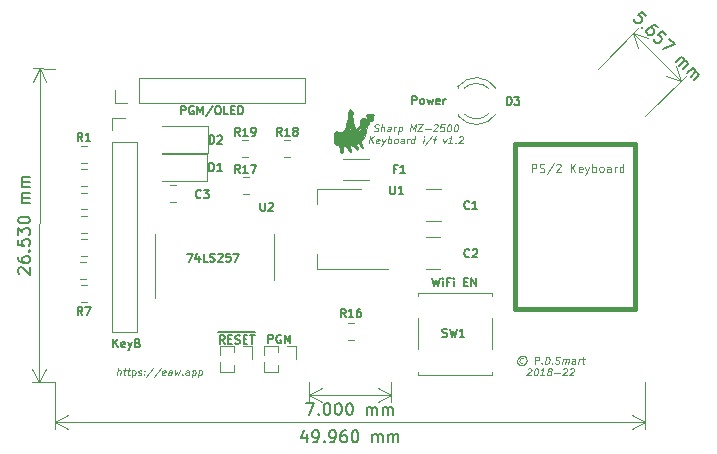
<source format=gbr>
G04 #@! TF.GenerationSoftware,KiCad,Pcbnew,(5.1.2-1)-1*
G04 #@! TF.CreationDate,2022-01-26T01:19:45+00:00*
G04 #@! TF.ProjectId,mz25key,6d7a3235-6b65-4792-9e6b-696361645f70,rev?*
G04 #@! TF.SameCoordinates,Original*
G04 #@! TF.FileFunction,Legend,Top*
G04 #@! TF.FilePolarity,Positive*
%FSLAX46Y46*%
G04 Gerber Fmt 4.6, Leading zero omitted, Abs format (unit mm)*
G04 Created by KiCad (PCBNEW (5.1.2-1)-1) date 2022-01-26 01:19:45*
%MOMM*%
%LPD*%
G04 APERTURE LIST*
%ADD10C,0.150000*%
%ADD11C,0.120000*%
%ADD12C,0.100000*%
%ADD13C,0.381000*%
%ADD14C,0.010000*%
G04 APERTURE END LIST*
D10*
X100057915Y-75497413D02*
X99721198Y-75160695D01*
X99350808Y-75463741D01*
X99418152Y-75463741D01*
X99519167Y-75497413D01*
X99687526Y-75665772D01*
X99721198Y-75766787D01*
X99721198Y-75834130D01*
X99687526Y-75935146D01*
X99519167Y-76103504D01*
X99418152Y-76137176D01*
X99350808Y-76137176D01*
X99249793Y-76103504D01*
X99081434Y-75935146D01*
X99047762Y-75834130D01*
X99047762Y-75766787D01*
X99754869Y-76473894D02*
X99754869Y-76541237D01*
X99687526Y-76541237D01*
X99687526Y-76473894D01*
X99754869Y-76473894D01*
X99687526Y-76541237D01*
X101034396Y-76473894D02*
X100899709Y-76339207D01*
X100798694Y-76305535D01*
X100731350Y-76305535D01*
X100562991Y-76339207D01*
X100394633Y-76440222D01*
X100125259Y-76709596D01*
X100091587Y-76810611D01*
X100091587Y-76877955D01*
X100125259Y-76978970D01*
X100259946Y-77113657D01*
X100360961Y-77147329D01*
X100428304Y-77147329D01*
X100529320Y-77113657D01*
X100697678Y-76945298D01*
X100731350Y-76844283D01*
X100731350Y-76776939D01*
X100697678Y-76675924D01*
X100562991Y-76541237D01*
X100461976Y-76507565D01*
X100394633Y-76507565D01*
X100293617Y-76541237D01*
X101741503Y-77181000D02*
X101404785Y-76844283D01*
X101034396Y-77147329D01*
X101101739Y-77147329D01*
X101202755Y-77181000D01*
X101371113Y-77349359D01*
X101404785Y-77450374D01*
X101404785Y-77517718D01*
X101371113Y-77618733D01*
X101202755Y-77787092D01*
X101101739Y-77820764D01*
X101034396Y-77820764D01*
X100933381Y-77787092D01*
X100765022Y-77618733D01*
X100731350Y-77517718D01*
X100731350Y-77450374D01*
X102010877Y-77450374D02*
X102482281Y-77921779D01*
X101472129Y-78325840D01*
X102583296Y-79437008D02*
X103054701Y-78965603D01*
X102987357Y-79032947D02*
X103054701Y-79032947D01*
X103155716Y-79066618D01*
X103256731Y-79167634D01*
X103290403Y-79268649D01*
X103256731Y-79369664D01*
X102886342Y-79740053D01*
X103256731Y-79369664D02*
X103357747Y-79335992D01*
X103458762Y-79369664D01*
X103559777Y-79470679D01*
X103593449Y-79571695D01*
X103559777Y-79672710D01*
X103189388Y-80043099D01*
X103526105Y-80379817D02*
X103997510Y-79908412D01*
X103930166Y-79975756D02*
X103997510Y-79975756D01*
X104098525Y-80009427D01*
X104199540Y-80110443D01*
X104233212Y-80211458D01*
X104199540Y-80312473D01*
X103829151Y-80682862D01*
X104199540Y-80312473D02*
X104300556Y-80278801D01*
X104401571Y-80312473D01*
X104502586Y-80413488D01*
X104536258Y-80514504D01*
X104502586Y-80615519D01*
X104132197Y-80985908D01*
D11*
X98995000Y-77005000D02*
X102995000Y-81005000D01*
X96000000Y-80000000D02*
X99409662Y-76590338D01*
X100000000Y-84000000D02*
X103409662Y-80590338D01*
X102995000Y-81005000D02*
X101783779Y-80623104D01*
X102995000Y-81005000D02*
X102613104Y-79793779D01*
X98995000Y-77005000D02*
X99376896Y-78216221D01*
X98995000Y-77005000D02*
X100206221Y-77386896D01*
D10*
X71285714Y-108312380D02*
X71952380Y-108312380D01*
X71523809Y-109312380D01*
X72333333Y-109217142D02*
X72380952Y-109264761D01*
X72333333Y-109312380D01*
X72285714Y-109264761D01*
X72333333Y-109217142D01*
X72333333Y-109312380D01*
X73000000Y-108312380D02*
X73095238Y-108312380D01*
X73190476Y-108360000D01*
X73238095Y-108407619D01*
X73285714Y-108502857D01*
X73333333Y-108693333D01*
X73333333Y-108931428D01*
X73285714Y-109121904D01*
X73238095Y-109217142D01*
X73190476Y-109264761D01*
X73095238Y-109312380D01*
X73000000Y-109312380D01*
X72904761Y-109264761D01*
X72857142Y-109217142D01*
X72809523Y-109121904D01*
X72761904Y-108931428D01*
X72761904Y-108693333D01*
X72809523Y-108502857D01*
X72857142Y-108407619D01*
X72904761Y-108360000D01*
X73000000Y-108312380D01*
X73952380Y-108312380D02*
X74047619Y-108312380D01*
X74142857Y-108360000D01*
X74190476Y-108407619D01*
X74238095Y-108502857D01*
X74285714Y-108693333D01*
X74285714Y-108931428D01*
X74238095Y-109121904D01*
X74190476Y-109217142D01*
X74142857Y-109264761D01*
X74047619Y-109312380D01*
X73952380Y-109312380D01*
X73857142Y-109264761D01*
X73809523Y-109217142D01*
X73761904Y-109121904D01*
X73714285Y-108931428D01*
X73714285Y-108693333D01*
X73761904Y-108502857D01*
X73809523Y-108407619D01*
X73857142Y-108360000D01*
X73952380Y-108312380D01*
X74904761Y-108312380D02*
X75000000Y-108312380D01*
X75095238Y-108360000D01*
X75142857Y-108407619D01*
X75190476Y-108502857D01*
X75238095Y-108693333D01*
X75238095Y-108931428D01*
X75190476Y-109121904D01*
X75142857Y-109217142D01*
X75095238Y-109264761D01*
X75000000Y-109312380D01*
X74904761Y-109312380D01*
X74809523Y-109264761D01*
X74761904Y-109217142D01*
X74714285Y-109121904D01*
X74666666Y-108931428D01*
X74666666Y-108693333D01*
X74714285Y-108502857D01*
X74761904Y-108407619D01*
X74809523Y-108360000D01*
X74904761Y-108312380D01*
X76428571Y-109312380D02*
X76428571Y-108645714D01*
X76428571Y-108740952D02*
X76476190Y-108693333D01*
X76571428Y-108645714D01*
X76714285Y-108645714D01*
X76809523Y-108693333D01*
X76857142Y-108788571D01*
X76857142Y-109312380D01*
X76857142Y-108788571D02*
X76904761Y-108693333D01*
X77000000Y-108645714D01*
X77142857Y-108645714D01*
X77238095Y-108693333D01*
X77285714Y-108788571D01*
X77285714Y-109312380D01*
X77761904Y-109312380D02*
X77761904Y-108645714D01*
X77761904Y-108740952D02*
X77809523Y-108693333D01*
X77904761Y-108645714D01*
X78047619Y-108645714D01*
X78142857Y-108693333D01*
X78190476Y-108788571D01*
X78190476Y-109312380D01*
X78190476Y-108788571D02*
X78238095Y-108693333D01*
X78333333Y-108645714D01*
X78476190Y-108645714D01*
X78571428Y-108693333D01*
X78619047Y-108788571D01*
X78619047Y-109312380D01*
D11*
X71500000Y-107590000D02*
X78500000Y-107590000D01*
X71500000Y-106500000D02*
X71500000Y-108176421D01*
X78500000Y-106500000D02*
X78500000Y-108176421D01*
X78500000Y-107590000D02*
X77373496Y-108176421D01*
X78500000Y-107590000D02*
X77373496Y-107003579D01*
X71500000Y-107590000D02*
X72626504Y-108176421D01*
X71500000Y-107590000D02*
X72626504Y-107003579D01*
D10*
X46981054Y-97386717D02*
X46933453Y-97339080D01*
X46885870Y-97243824D01*
X46885960Y-97005729D01*
X46933614Y-96910508D01*
X46981251Y-96862907D01*
X47076507Y-96815324D01*
X47171746Y-96815360D01*
X47314585Y-96863033D01*
X47885798Y-97434677D01*
X47886031Y-96815629D01*
X46886354Y-95958110D02*
X46886283Y-96148586D01*
X46933866Y-96243842D01*
X46981467Y-96291479D01*
X47124288Y-96386771D01*
X47314746Y-96434462D01*
X47695699Y-96434605D01*
X47790955Y-96387022D01*
X47838592Y-96339421D01*
X47886247Y-96244201D01*
X47886318Y-96053725D01*
X47838735Y-95958469D01*
X47791134Y-95910832D01*
X47695914Y-95863177D01*
X47457819Y-95863087D01*
X47362563Y-95910670D01*
X47314926Y-95958271D01*
X47267271Y-96053491D01*
X47267199Y-96243967D01*
X47314782Y-96339224D01*
X47362383Y-96386860D01*
X47457603Y-96434515D01*
X47791314Y-95434641D02*
X47838951Y-95387040D01*
X47886552Y-95434677D01*
X47838915Y-95482278D01*
X47791314Y-95434641D01*
X47886552Y-95434677D01*
X46886911Y-94481919D02*
X46886731Y-94958110D01*
X47362904Y-95005908D01*
X47315303Y-94958271D01*
X47267720Y-94863015D01*
X47267809Y-94624920D01*
X47315464Y-94529700D01*
X47363101Y-94482099D01*
X47458357Y-94434516D01*
X47696453Y-94434605D01*
X47791673Y-94482260D01*
X47839274Y-94529897D01*
X47886857Y-94625153D01*
X47886767Y-94863249D01*
X47839112Y-94958469D01*
X47791475Y-95006070D01*
X46887054Y-94100967D02*
X46887288Y-93481919D01*
X47268114Y-93815396D01*
X47268168Y-93672539D01*
X47315823Y-93577319D01*
X47363460Y-93529718D01*
X47458716Y-93482135D01*
X47696811Y-93482224D01*
X47792032Y-93529879D01*
X47839633Y-93577516D01*
X47887216Y-93672772D01*
X47887108Y-93958487D01*
X47839453Y-94053707D01*
X47791816Y-94101308D01*
X46887521Y-92862872D02*
X46887557Y-92767634D01*
X46935212Y-92672414D01*
X46982849Y-92624812D01*
X47078105Y-92577229D01*
X47268599Y-92529682D01*
X47506694Y-92529772D01*
X47697153Y-92577463D01*
X47792373Y-92625118D01*
X47839974Y-92672755D01*
X47887557Y-92768011D01*
X47887521Y-92863249D01*
X47839866Y-92958469D01*
X47792229Y-93006070D01*
X47696973Y-93053653D01*
X47506479Y-93101200D01*
X47268384Y-93101111D01*
X47077925Y-93053420D01*
X46982705Y-93005765D01*
X46935104Y-92958128D01*
X46887521Y-92862872D01*
X47888095Y-91339439D02*
X47221429Y-91339188D01*
X47316667Y-91339224D02*
X47269066Y-91291587D01*
X47221483Y-91196331D01*
X47221536Y-91053474D01*
X47269191Y-90958254D01*
X47364447Y-90910670D01*
X47888257Y-90910868D01*
X47364447Y-90910670D02*
X47269227Y-90863015D01*
X47221644Y-90767759D01*
X47221698Y-90624902D01*
X47269353Y-90529682D01*
X47364609Y-90482099D01*
X47888418Y-90482296D01*
X47888598Y-90006106D02*
X47221931Y-90005855D01*
X47317169Y-90005891D02*
X47269568Y-89958254D01*
X47221985Y-89862998D01*
X47222039Y-89720140D01*
X47269694Y-89624920D01*
X47364950Y-89577337D01*
X47888760Y-89577535D01*
X47364950Y-89577337D02*
X47269730Y-89529682D01*
X47222147Y-89434426D01*
X47222201Y-89291569D01*
X47269856Y-89196349D01*
X47365112Y-89148766D01*
X47888921Y-89148963D01*
D11*
X48709997Y-79979510D02*
X48699997Y-106509510D01*
X50010000Y-79980000D02*
X48123576Y-79979289D01*
X50000000Y-106510000D02*
X48113576Y-106509289D01*
X48699997Y-106509510D02*
X48114001Y-105382785D01*
X48699997Y-106509510D02*
X49286842Y-105383227D01*
X48709997Y-79979510D02*
X48123152Y-81105793D01*
X48709997Y-79979510D02*
X49295993Y-81106235D01*
D10*
X71326895Y-110960881D02*
X71327429Y-111627547D01*
X71088495Y-110580119D02*
X70850972Y-111294595D01*
X71470019Y-111294099D01*
X71898858Y-111627089D02*
X72089334Y-111626937D01*
X72184534Y-111579242D01*
X72232115Y-111531585D01*
X72327238Y-111388651D01*
X72374705Y-111198137D01*
X72374400Y-110817185D01*
X72326704Y-110721985D01*
X72279047Y-110674404D01*
X72183771Y-110626861D01*
X71993295Y-110627014D01*
X71898095Y-110674709D01*
X71850514Y-110722366D01*
X71802971Y-110817642D01*
X71803162Y-111055737D01*
X71850857Y-111150937D01*
X71898514Y-111198518D01*
X71993791Y-111246061D01*
X72184267Y-111245908D01*
X72279467Y-111198213D01*
X72327048Y-111150556D01*
X72374590Y-111055280D01*
X72803543Y-111531127D02*
X72851200Y-111578708D01*
X72803619Y-111626365D01*
X72755962Y-111578784D01*
X72803543Y-111531127D01*
X72803619Y-111626365D01*
X73327429Y-111625946D02*
X73517905Y-111625793D01*
X73613105Y-111578098D01*
X73660686Y-111530441D01*
X73755809Y-111387507D01*
X73803276Y-111196993D01*
X73802971Y-110816041D01*
X73755275Y-110720841D01*
X73707618Y-110673260D01*
X73612342Y-110625717D01*
X73421866Y-110625870D01*
X73326666Y-110673565D01*
X73279085Y-110721222D01*
X73231542Y-110816498D01*
X73231733Y-111054594D01*
X73279428Y-111149794D01*
X73327085Y-111197374D01*
X73422362Y-111244917D01*
X73612838Y-111244765D01*
X73708038Y-111197069D01*
X73755619Y-111149412D01*
X73803161Y-111054136D01*
X74659961Y-110624879D02*
X74469485Y-110625031D01*
X74374285Y-110672726D01*
X74326704Y-110720383D01*
X74231580Y-110863317D01*
X74184114Y-111053831D01*
X74184419Y-111434783D01*
X74232114Y-111529983D01*
X74279771Y-111577564D01*
X74375047Y-111625107D01*
X74565523Y-111624954D01*
X74660723Y-111577259D01*
X74708304Y-111529602D01*
X74755847Y-111434326D01*
X74755656Y-111196231D01*
X74707961Y-111101031D01*
X74660304Y-111053450D01*
X74565028Y-111005907D01*
X74374552Y-111006060D01*
X74279352Y-111053755D01*
X74231771Y-111101412D01*
X74184228Y-111196688D01*
X75374246Y-110624307D02*
X75469484Y-110624230D01*
X75564761Y-110671773D01*
X75612418Y-110719354D01*
X75660113Y-110814554D01*
X75707885Y-111004992D01*
X75708075Y-111243087D01*
X75660609Y-111433601D01*
X75613066Y-111528878D01*
X75565485Y-111576535D01*
X75470285Y-111624230D01*
X75375047Y-111624306D01*
X75279771Y-111576764D01*
X75232114Y-111529183D01*
X75184418Y-111433983D01*
X75136647Y-111243545D01*
X75136456Y-111005450D01*
X75183923Y-110814935D01*
X75231465Y-110719659D01*
X75279046Y-110672002D01*
X75374246Y-110624307D01*
X76898856Y-111623086D02*
X76898322Y-110956420D01*
X76898398Y-111051658D02*
X76945979Y-111004001D01*
X77041179Y-110956305D01*
X77184036Y-110956191D01*
X77279313Y-111003734D01*
X77327008Y-111098934D01*
X77327427Y-111622743D01*
X77327008Y-111098934D02*
X77374551Y-111003658D01*
X77469751Y-110955962D01*
X77612608Y-110955848D01*
X77707884Y-111003391D01*
X77755579Y-111098591D01*
X77755999Y-111622400D01*
X78232189Y-111622019D02*
X78231655Y-110955352D01*
X78231731Y-111050590D02*
X78279312Y-111002933D01*
X78374512Y-110955238D01*
X78517369Y-110955124D01*
X78612646Y-111002666D01*
X78660341Y-111097866D01*
X78660760Y-111621676D01*
X78660341Y-111097866D02*
X78707884Y-111002590D01*
X78803084Y-110954895D01*
X78945941Y-110954780D01*
X79041217Y-111002323D01*
X79088912Y-111097523D01*
X79089331Y-111621332D01*
D11*
X99972716Y-109882231D02*
X50012716Y-109922231D01*
X99970000Y-106490000D02*
X99973185Y-110468651D01*
X50010000Y-106530000D02*
X50013185Y-110508651D01*
X50012716Y-109922231D02*
X51138750Y-109334909D01*
X50012716Y-109922231D02*
X51139689Y-110507750D01*
X99972716Y-109882231D02*
X98845743Y-109296712D01*
X99972716Y-109882231D02*
X98846682Y-110469553D01*
D12*
X89682053Y-104514285D02*
X89628482Y-104485714D01*
X89514196Y-104485714D01*
X89453482Y-104514285D01*
X89389196Y-104571428D01*
X89353482Y-104628571D01*
X89339196Y-104742857D01*
X89360625Y-104800000D01*
X89410625Y-104857142D01*
X89464196Y-104885714D01*
X89578482Y-104885714D01*
X89639196Y-104857142D01*
X89596339Y-104285714D02*
X89449910Y-104314285D01*
X89296339Y-104400000D01*
X89192767Y-104542857D01*
X89146339Y-104685714D01*
X89157053Y-104828571D01*
X89224910Y-104971428D01*
X89357053Y-105057142D01*
X89496339Y-105085714D01*
X89642767Y-105057142D01*
X89796339Y-104971428D01*
X89899910Y-104828571D01*
X89946339Y-104685714D01*
X89935625Y-104542857D01*
X89867767Y-104400000D01*
X89735625Y-104314285D01*
X89596339Y-104285714D01*
X90624910Y-104971428D02*
X90699910Y-104371428D01*
X90928482Y-104371428D01*
X90982053Y-104400000D01*
X91007053Y-104428571D01*
X91028482Y-104485714D01*
X91017767Y-104571428D01*
X90982053Y-104628571D01*
X90949910Y-104657142D01*
X90889196Y-104685714D01*
X90660625Y-104685714D01*
X91232053Y-104914285D02*
X91257053Y-104942857D01*
X91224910Y-104971428D01*
X91199910Y-104942857D01*
X91232053Y-104914285D01*
X91224910Y-104971428D01*
X91510625Y-104971428D02*
X91585625Y-104371428D01*
X91728482Y-104371428D01*
X91810625Y-104400000D01*
X91860625Y-104457142D01*
X91882053Y-104514285D01*
X91896339Y-104628571D01*
X91885625Y-104714285D01*
X91842767Y-104828571D01*
X91807053Y-104885714D01*
X91742767Y-104942857D01*
X91653482Y-104971428D01*
X91510625Y-104971428D01*
X92117767Y-104914285D02*
X92142767Y-104942857D01*
X92110625Y-104971428D01*
X92085625Y-104942857D01*
X92117767Y-104914285D01*
X92110625Y-104971428D01*
X92371339Y-104942857D02*
X92453482Y-104971428D01*
X92596339Y-104971428D01*
X92657053Y-104942857D01*
X92689196Y-104914285D01*
X92724910Y-104857142D01*
X92732053Y-104800000D01*
X92710625Y-104742857D01*
X92685625Y-104714285D01*
X92632053Y-104685714D01*
X92521339Y-104657142D01*
X92467767Y-104628571D01*
X92442767Y-104600000D01*
X92421339Y-104542857D01*
X92428482Y-104485714D01*
X92464196Y-104428571D01*
X92496339Y-104400000D01*
X92557053Y-104371428D01*
X92699910Y-104371428D01*
X92782053Y-104400000D01*
X92967767Y-104971428D02*
X93017767Y-104571428D01*
X93010625Y-104628571D02*
X93042767Y-104600000D01*
X93103482Y-104571428D01*
X93189196Y-104571428D01*
X93242767Y-104600000D01*
X93264196Y-104657142D01*
X93224910Y-104971428D01*
X93264196Y-104657142D02*
X93299910Y-104600000D01*
X93360625Y-104571428D01*
X93446339Y-104571428D01*
X93499910Y-104600000D01*
X93521339Y-104657142D01*
X93482053Y-104971428D01*
X94024910Y-104971428D02*
X94064196Y-104657142D01*
X94042767Y-104600000D01*
X93989196Y-104571428D01*
X93874910Y-104571428D01*
X93814196Y-104600000D01*
X94028482Y-104942857D02*
X93967767Y-104971428D01*
X93824910Y-104971428D01*
X93771339Y-104942857D01*
X93749910Y-104885714D01*
X93757053Y-104828571D01*
X93792767Y-104771428D01*
X93853482Y-104742857D01*
X93996339Y-104742857D01*
X94057053Y-104714285D01*
X94310624Y-104971428D02*
X94360624Y-104571428D01*
X94346339Y-104685714D02*
X94382053Y-104628571D01*
X94414196Y-104600000D01*
X94474910Y-104571428D01*
X94532053Y-104571428D01*
X94646339Y-104571428D02*
X94874910Y-104571428D01*
X94757053Y-104371428D02*
X94692767Y-104885714D01*
X94714196Y-104942857D01*
X94767767Y-104971428D01*
X94824910Y-104971428D01*
X90035625Y-105428571D02*
X90067767Y-105400000D01*
X90128482Y-105371428D01*
X90271339Y-105371428D01*
X90324910Y-105400000D01*
X90349910Y-105428571D01*
X90371339Y-105485714D01*
X90364196Y-105542857D01*
X90324910Y-105628571D01*
X89939196Y-105971428D01*
X90310625Y-105971428D01*
X90757053Y-105371428D02*
X90814196Y-105371428D01*
X90867767Y-105400000D01*
X90892767Y-105428571D01*
X90914196Y-105485714D01*
X90928482Y-105600000D01*
X90910625Y-105742857D01*
X90867767Y-105857142D01*
X90832053Y-105914285D01*
X90799910Y-105942857D01*
X90739196Y-105971428D01*
X90682053Y-105971428D01*
X90628482Y-105942857D01*
X90603482Y-105914285D01*
X90582053Y-105857142D01*
X90567767Y-105742857D01*
X90585625Y-105600000D01*
X90628482Y-105485714D01*
X90664196Y-105428571D01*
X90696339Y-105400000D01*
X90757053Y-105371428D01*
X91453482Y-105971428D02*
X91110625Y-105971428D01*
X91282053Y-105971428D02*
X91357053Y-105371428D01*
X91289196Y-105457142D01*
X91224910Y-105514285D01*
X91164196Y-105542857D01*
X91839196Y-105628571D02*
X91785625Y-105600000D01*
X91760625Y-105571428D01*
X91739196Y-105514285D01*
X91742767Y-105485714D01*
X91778482Y-105428571D01*
X91810625Y-105400000D01*
X91871339Y-105371428D01*
X91985625Y-105371428D01*
X92039196Y-105400000D01*
X92064196Y-105428571D01*
X92085625Y-105485714D01*
X92082053Y-105514285D01*
X92046339Y-105571428D01*
X92014196Y-105600000D01*
X91953482Y-105628571D01*
X91839196Y-105628571D01*
X91778482Y-105657142D01*
X91746339Y-105685714D01*
X91710625Y-105742857D01*
X91696339Y-105857142D01*
X91717767Y-105914285D01*
X91742767Y-105942857D01*
X91796339Y-105971428D01*
X91910625Y-105971428D01*
X91971339Y-105942857D01*
X92003482Y-105914285D01*
X92039196Y-105857142D01*
X92053482Y-105742857D01*
X92032053Y-105685714D01*
X92007053Y-105657142D01*
X91953482Y-105628571D01*
X92310625Y-105742857D02*
X92767767Y-105742857D01*
X93064196Y-105428571D02*
X93096339Y-105400000D01*
X93157053Y-105371428D01*
X93299910Y-105371428D01*
X93353482Y-105400000D01*
X93378482Y-105428571D01*
X93399910Y-105485714D01*
X93392767Y-105542857D01*
X93353482Y-105628571D01*
X92967767Y-105971428D01*
X93339196Y-105971428D01*
X93635625Y-105428571D02*
X93667767Y-105400000D01*
X93728482Y-105371428D01*
X93871339Y-105371428D01*
X93924910Y-105400000D01*
X93949910Y-105428571D01*
X93971339Y-105485714D01*
X93964196Y-105542857D01*
X93924910Y-105628571D01*
X93539196Y-105971428D01*
X93910625Y-105971428D01*
X55302053Y-105931428D02*
X55377053Y-105331428D01*
X55559196Y-105931428D02*
X55598482Y-105617142D01*
X55577053Y-105560000D01*
X55523482Y-105531428D01*
X55437767Y-105531428D01*
X55377053Y-105560000D01*
X55344910Y-105588571D01*
X55809196Y-105531428D02*
X56037767Y-105531428D01*
X55919910Y-105331428D02*
X55855625Y-105845714D01*
X55877053Y-105902857D01*
X55930625Y-105931428D01*
X55987767Y-105931428D01*
X56152053Y-105531428D02*
X56380625Y-105531428D01*
X56262767Y-105331428D02*
X56198482Y-105845714D01*
X56219910Y-105902857D01*
X56273482Y-105931428D01*
X56330625Y-105931428D01*
X56580625Y-105531428D02*
X56505625Y-106131428D01*
X56577053Y-105560000D02*
X56637767Y-105531428D01*
X56752053Y-105531428D01*
X56805625Y-105560000D01*
X56830625Y-105588571D01*
X56852053Y-105645714D01*
X56830625Y-105817142D01*
X56794910Y-105874285D01*
X56762767Y-105902857D01*
X56702053Y-105931428D01*
X56587767Y-105931428D01*
X56534196Y-105902857D01*
X57048482Y-105902857D02*
X57102053Y-105931428D01*
X57216339Y-105931428D01*
X57277053Y-105902857D01*
X57312767Y-105845714D01*
X57316339Y-105817142D01*
X57294910Y-105760000D01*
X57241339Y-105731428D01*
X57155625Y-105731428D01*
X57102053Y-105702857D01*
X57080625Y-105645714D01*
X57084196Y-105617142D01*
X57119910Y-105560000D01*
X57180625Y-105531428D01*
X57266339Y-105531428D01*
X57319910Y-105560000D01*
X57566339Y-105874285D02*
X57591339Y-105902857D01*
X57559196Y-105931428D01*
X57534196Y-105902857D01*
X57566339Y-105874285D01*
X57559196Y-105931428D01*
X57605625Y-105560000D02*
X57630625Y-105588571D01*
X57598482Y-105617142D01*
X57573482Y-105588571D01*
X57605625Y-105560000D01*
X57598482Y-105617142D01*
X58352053Y-105302857D02*
X57741339Y-106074285D01*
X58980625Y-105302857D02*
X58369910Y-106074285D01*
X59334196Y-105902857D02*
X59273482Y-105931428D01*
X59159196Y-105931428D01*
X59105625Y-105902857D01*
X59084196Y-105845714D01*
X59112767Y-105617142D01*
X59148482Y-105560000D01*
X59209196Y-105531428D01*
X59323482Y-105531428D01*
X59377053Y-105560000D01*
X59398482Y-105617142D01*
X59391339Y-105674285D01*
X59098482Y-105731428D01*
X59873482Y-105931428D02*
X59912767Y-105617142D01*
X59891339Y-105560000D01*
X59837767Y-105531428D01*
X59723482Y-105531428D01*
X59662767Y-105560000D01*
X59877053Y-105902857D02*
X59816339Y-105931428D01*
X59673482Y-105931428D01*
X59619910Y-105902857D01*
X59598482Y-105845714D01*
X59605625Y-105788571D01*
X59641339Y-105731428D01*
X59702053Y-105702857D01*
X59844910Y-105702857D01*
X59905625Y-105674285D01*
X60152053Y-105531428D02*
X60216339Y-105931428D01*
X60366339Y-105645714D01*
X60444910Y-105931428D01*
X60609196Y-105531428D01*
X60794910Y-105874285D02*
X60819910Y-105902857D01*
X60787767Y-105931428D01*
X60762767Y-105902857D01*
X60794910Y-105874285D01*
X60787767Y-105931428D01*
X61330625Y-105931428D02*
X61369910Y-105617142D01*
X61348482Y-105560000D01*
X61294910Y-105531428D01*
X61180625Y-105531428D01*
X61119910Y-105560000D01*
X61334196Y-105902857D02*
X61273482Y-105931428D01*
X61130625Y-105931428D01*
X61077053Y-105902857D01*
X61055625Y-105845714D01*
X61062767Y-105788571D01*
X61098482Y-105731428D01*
X61159196Y-105702857D01*
X61302053Y-105702857D01*
X61362767Y-105674285D01*
X61666339Y-105531428D02*
X61591339Y-106131428D01*
X61662767Y-105560000D02*
X61723482Y-105531428D01*
X61837767Y-105531428D01*
X61891339Y-105560000D01*
X61916339Y-105588571D01*
X61937767Y-105645714D01*
X61916339Y-105817142D01*
X61880625Y-105874285D01*
X61848482Y-105902857D01*
X61787767Y-105931428D01*
X61673482Y-105931428D01*
X61619910Y-105902857D01*
X62209196Y-105531428D02*
X62134196Y-106131428D01*
X62205625Y-105560000D02*
X62266339Y-105531428D01*
X62380625Y-105531428D01*
X62434196Y-105560000D01*
X62459196Y-105588571D01*
X62480625Y-105645714D01*
X62459196Y-105817142D01*
X62423482Y-105874285D01*
X62391339Y-105902857D01*
X62330625Y-105931428D01*
X62216339Y-105931428D01*
X62162767Y-105902857D01*
D10*
X54960000Y-103586666D02*
X54960000Y-102886666D01*
X55360000Y-103586666D02*
X55060000Y-103186666D01*
X55360000Y-102886666D02*
X54960000Y-103286666D01*
X55926666Y-103553333D02*
X55860000Y-103586666D01*
X55726666Y-103586666D01*
X55660000Y-103553333D01*
X55626666Y-103486666D01*
X55626666Y-103220000D01*
X55660000Y-103153333D01*
X55726666Y-103120000D01*
X55860000Y-103120000D01*
X55926666Y-103153333D01*
X55960000Y-103220000D01*
X55960000Y-103286666D01*
X55626666Y-103353333D01*
X56193333Y-103120000D02*
X56360000Y-103586666D01*
X56526666Y-103120000D02*
X56360000Y-103586666D01*
X56293333Y-103753333D01*
X56260000Y-103786666D01*
X56193333Y-103820000D01*
X57026666Y-103220000D02*
X57126666Y-103253333D01*
X57160000Y-103286666D01*
X57193333Y-103353333D01*
X57193333Y-103453333D01*
X57160000Y-103520000D01*
X57126666Y-103553333D01*
X57060000Y-103586666D01*
X56793333Y-103586666D01*
X56793333Y-102886666D01*
X57026666Y-102886666D01*
X57093333Y-102920000D01*
X57126666Y-102953333D01*
X57160000Y-103020000D01*
X57160000Y-103086666D01*
X57126666Y-103153333D01*
X57093333Y-103186666D01*
X57026666Y-103220000D01*
X56793333Y-103220000D01*
D12*
X77019910Y-85282857D02*
X77102053Y-85311428D01*
X77244910Y-85311428D01*
X77305625Y-85282857D01*
X77337767Y-85254285D01*
X77373482Y-85197142D01*
X77380625Y-85140000D01*
X77359196Y-85082857D01*
X77334196Y-85054285D01*
X77280625Y-85025714D01*
X77169910Y-84997142D01*
X77116339Y-84968571D01*
X77091339Y-84940000D01*
X77069910Y-84882857D01*
X77077053Y-84825714D01*
X77112767Y-84768571D01*
X77144910Y-84740000D01*
X77205625Y-84711428D01*
X77348482Y-84711428D01*
X77430625Y-84740000D01*
X77616339Y-85311428D02*
X77691339Y-84711428D01*
X77873482Y-85311428D02*
X77912767Y-84997142D01*
X77891339Y-84940000D01*
X77837767Y-84911428D01*
X77752053Y-84911428D01*
X77691339Y-84940000D01*
X77659196Y-84968571D01*
X78416339Y-85311428D02*
X78455625Y-84997142D01*
X78434196Y-84940000D01*
X78380625Y-84911428D01*
X78266339Y-84911428D01*
X78205625Y-84940000D01*
X78419910Y-85282857D02*
X78359196Y-85311428D01*
X78216339Y-85311428D01*
X78162767Y-85282857D01*
X78141339Y-85225714D01*
X78148482Y-85168571D01*
X78184196Y-85111428D01*
X78244910Y-85082857D01*
X78387767Y-85082857D01*
X78448482Y-85054285D01*
X78702053Y-85311428D02*
X78752053Y-84911428D01*
X78737767Y-85025714D02*
X78773482Y-84968571D01*
X78805625Y-84940000D01*
X78866339Y-84911428D01*
X78923482Y-84911428D01*
X79123482Y-84911428D02*
X79048482Y-85511428D01*
X79119910Y-84940000D02*
X79180625Y-84911428D01*
X79294910Y-84911428D01*
X79348482Y-84940000D01*
X79373482Y-84968571D01*
X79394910Y-85025714D01*
X79373482Y-85197142D01*
X79337767Y-85254285D01*
X79305625Y-85282857D01*
X79244910Y-85311428D01*
X79130625Y-85311428D01*
X79077053Y-85282857D01*
X80073482Y-85311428D02*
X80148482Y-84711428D01*
X80294910Y-85140000D01*
X80548482Y-84711428D01*
X80473482Y-85311428D01*
X80777053Y-84711428D02*
X81177053Y-84711428D01*
X80702053Y-85311428D01*
X81102053Y-85311428D01*
X81359196Y-85082857D02*
X81816339Y-85082857D01*
X82112767Y-84768571D02*
X82144910Y-84740000D01*
X82205625Y-84711428D01*
X82348482Y-84711428D01*
X82402053Y-84740000D01*
X82427053Y-84768571D01*
X82448482Y-84825714D01*
X82441339Y-84882857D01*
X82402053Y-84968571D01*
X82016339Y-85311428D01*
X82387767Y-85311428D01*
X83005625Y-84711428D02*
X82719910Y-84711428D01*
X82655625Y-84997142D01*
X82687767Y-84968571D01*
X82748482Y-84940000D01*
X82891339Y-84940000D01*
X82944910Y-84968571D01*
X82969910Y-84997142D01*
X82991339Y-85054285D01*
X82973482Y-85197142D01*
X82937767Y-85254285D01*
X82905625Y-85282857D01*
X82844910Y-85311428D01*
X82702053Y-85311428D01*
X82648482Y-85282857D01*
X82623482Y-85254285D01*
X83405625Y-84711428D02*
X83462767Y-84711428D01*
X83516339Y-84740000D01*
X83541339Y-84768571D01*
X83562767Y-84825714D01*
X83577053Y-84940000D01*
X83559196Y-85082857D01*
X83516339Y-85197142D01*
X83480625Y-85254285D01*
X83448482Y-85282857D01*
X83387767Y-85311428D01*
X83330625Y-85311428D01*
X83277053Y-85282857D01*
X83252053Y-85254285D01*
X83230625Y-85197142D01*
X83216339Y-85082857D01*
X83234196Y-84940000D01*
X83277053Y-84825714D01*
X83312767Y-84768571D01*
X83344910Y-84740000D01*
X83405625Y-84711428D01*
X83977053Y-84711428D02*
X84034196Y-84711428D01*
X84087767Y-84740000D01*
X84112767Y-84768571D01*
X84134196Y-84825714D01*
X84148482Y-84940000D01*
X84130625Y-85082857D01*
X84087767Y-85197142D01*
X84052053Y-85254285D01*
X84019910Y-85282857D01*
X83959196Y-85311428D01*
X83902053Y-85311428D01*
X83848482Y-85282857D01*
X83823482Y-85254285D01*
X83802053Y-85197142D01*
X83787767Y-85082857D01*
X83805625Y-84940000D01*
X83848482Y-84825714D01*
X83884196Y-84768571D01*
X83916339Y-84740000D01*
X83977053Y-84711428D01*
X76616339Y-86311428D02*
X76691339Y-85711428D01*
X76959196Y-86311428D02*
X76744910Y-85968571D01*
X77034196Y-85711428D02*
X76648482Y-86054285D01*
X77448482Y-86282857D02*
X77387767Y-86311428D01*
X77273482Y-86311428D01*
X77219910Y-86282857D01*
X77198482Y-86225714D01*
X77227053Y-85997142D01*
X77262767Y-85940000D01*
X77323482Y-85911428D01*
X77437767Y-85911428D01*
X77491339Y-85940000D01*
X77512767Y-85997142D01*
X77505625Y-86054285D01*
X77212767Y-86111428D01*
X77723482Y-85911428D02*
X77816339Y-86311428D01*
X78009196Y-85911428D02*
X77816339Y-86311428D01*
X77741339Y-86454285D01*
X77709196Y-86482857D01*
X77648482Y-86511428D01*
X78187767Y-86311428D02*
X78262767Y-85711428D01*
X78234196Y-85940000D02*
X78294910Y-85911428D01*
X78409196Y-85911428D01*
X78462767Y-85940000D01*
X78487767Y-85968571D01*
X78509196Y-86025714D01*
X78487767Y-86197142D01*
X78452053Y-86254285D01*
X78419910Y-86282857D01*
X78359196Y-86311428D01*
X78244910Y-86311428D01*
X78191339Y-86282857D01*
X78816339Y-86311428D02*
X78762767Y-86282857D01*
X78737767Y-86254285D01*
X78716339Y-86197142D01*
X78737767Y-86025714D01*
X78773482Y-85968571D01*
X78805625Y-85940000D01*
X78866339Y-85911428D01*
X78952053Y-85911428D01*
X79005625Y-85940000D01*
X79030625Y-85968571D01*
X79052053Y-86025714D01*
X79030625Y-86197142D01*
X78994910Y-86254285D01*
X78962767Y-86282857D01*
X78902053Y-86311428D01*
X78816339Y-86311428D01*
X79530625Y-86311428D02*
X79569910Y-85997142D01*
X79548482Y-85940000D01*
X79494910Y-85911428D01*
X79380625Y-85911428D01*
X79319910Y-85940000D01*
X79534196Y-86282857D02*
X79473482Y-86311428D01*
X79330625Y-86311428D01*
X79277053Y-86282857D01*
X79255625Y-86225714D01*
X79262767Y-86168571D01*
X79298482Y-86111428D01*
X79359196Y-86082857D01*
X79502053Y-86082857D01*
X79562767Y-86054285D01*
X79816339Y-86311428D02*
X79866339Y-85911428D01*
X79852053Y-86025714D02*
X79887767Y-85968571D01*
X79919910Y-85940000D01*
X79980625Y-85911428D01*
X80037767Y-85911428D01*
X80444910Y-86311428D02*
X80519910Y-85711428D01*
X80448482Y-86282857D02*
X80387767Y-86311428D01*
X80273482Y-86311428D01*
X80219910Y-86282857D01*
X80194910Y-86254285D01*
X80173482Y-86197142D01*
X80194910Y-86025714D01*
X80230625Y-85968571D01*
X80262767Y-85940000D01*
X80323482Y-85911428D01*
X80437767Y-85911428D01*
X80491339Y-85940000D01*
X81187767Y-86311428D02*
X81237767Y-85911428D01*
X81262767Y-85711428D02*
X81230625Y-85740000D01*
X81255625Y-85768571D01*
X81287767Y-85740000D01*
X81262767Y-85711428D01*
X81255625Y-85768571D01*
X81980625Y-85682857D02*
X81369910Y-86454285D01*
X82066339Y-85911428D02*
X82294910Y-85911428D01*
X82102053Y-86311428D02*
X82166339Y-85797142D01*
X82202053Y-85740000D01*
X82262767Y-85711428D01*
X82319910Y-85711428D01*
X82894910Y-85911428D02*
X82987767Y-86311428D01*
X83180625Y-85911428D01*
X83673482Y-86311428D02*
X83330625Y-86311428D01*
X83502053Y-86311428D02*
X83577053Y-85711428D01*
X83509196Y-85797142D01*
X83444910Y-85854285D01*
X83384196Y-85882857D01*
X83937767Y-86254285D02*
X83962767Y-86282857D01*
X83930625Y-86311428D01*
X83905625Y-86282857D01*
X83937767Y-86254285D01*
X83930625Y-86311428D01*
X84255625Y-85768571D02*
X84287767Y-85740000D01*
X84348482Y-85711428D01*
X84491339Y-85711428D01*
X84544910Y-85740000D01*
X84569910Y-85768571D01*
X84591339Y-85825714D01*
X84584196Y-85882857D01*
X84544910Y-85968571D01*
X84159196Y-86311428D01*
X84530625Y-86311428D01*
D11*
X65881422Y-87460000D02*
X66398578Y-87460000D01*
X65881422Y-86040000D02*
X66398578Y-86040000D01*
X69918578Y-86040000D02*
X69401422Y-86040000D01*
X69918578Y-87460000D02*
X69401422Y-87460000D01*
X66700000Y-103450000D02*
X66700000Y-104560000D01*
X65940000Y-103450000D02*
X66700000Y-103450000D01*
X65180000Y-105123471D02*
X65180000Y-105670000D01*
X65180000Y-103450000D02*
X65180000Y-103996529D01*
X65180000Y-105670000D02*
X63975000Y-105670000D01*
X65180000Y-103450000D02*
X63975000Y-103450000D01*
X63975000Y-104867530D02*
X63975000Y-105670000D01*
X63975000Y-103450000D02*
X63975000Y-104252470D01*
X70400000Y-103450000D02*
X70400000Y-104560000D01*
X69640000Y-103450000D02*
X70400000Y-103450000D01*
X68880000Y-105123471D02*
X68880000Y-105670000D01*
X68880000Y-103450000D02*
X68880000Y-103996529D01*
X68880000Y-105670000D02*
X67675000Y-105670000D01*
X68880000Y-103450000D02*
X67675000Y-103450000D01*
X67675000Y-104867530D02*
X67675000Y-105670000D01*
X67675000Y-103450000D02*
X67675000Y-104252470D01*
X74801422Y-102940000D02*
X75318578Y-102940000D01*
X74801422Y-101520000D02*
X75318578Y-101520000D01*
X55080000Y-82890000D02*
X55080000Y-81830000D01*
X56140000Y-82890000D02*
X55080000Y-82890000D01*
X57140000Y-82890000D02*
X57140000Y-80770000D01*
X57140000Y-80770000D02*
X71200000Y-80770000D01*
X57140000Y-82890000D02*
X71200000Y-82890000D01*
X71200000Y-82890000D02*
X71200000Y-80770000D01*
X62935000Y-84845000D02*
X59050000Y-84845000D01*
X62935000Y-87115000D02*
X62935000Y-84845000D01*
X59050000Y-87115000D02*
X62935000Y-87115000D01*
D13*
X95360000Y-100300000D02*
X89010000Y-100300000D01*
X89010000Y-100300000D02*
X89010000Y-86340000D01*
X89010000Y-86340000D02*
X99170000Y-86340000D01*
X99170000Y-86340000D02*
X99170000Y-100300000D01*
X99170000Y-100300000D02*
X95360000Y-100300000D01*
D11*
X59781422Y-91250000D02*
X60298578Y-91250000D01*
X59781422Y-89830000D02*
X60298578Y-89830000D01*
X62925000Y-87205000D02*
X59040000Y-87205000D01*
X62925000Y-89475000D02*
X62925000Y-87205000D01*
X59040000Y-89475000D02*
X62925000Y-89475000D01*
X58470000Y-95940000D02*
X58470000Y-99390000D01*
X58470000Y-95940000D02*
X58470000Y-93990000D01*
X68590000Y-95940000D02*
X68590000Y-97890000D01*
X68590000Y-95940000D02*
X68590000Y-93990000D01*
X78180000Y-96980000D02*
X72170000Y-96980000D01*
X75930000Y-90160000D02*
X72170000Y-90160000D01*
X72170000Y-96980000D02*
X72170000Y-95720000D01*
X72170000Y-90160000D02*
X72170000Y-91420000D01*
X80720000Y-103740000D02*
X80720000Y-101140000D01*
X87020000Y-98990000D02*
X87020000Y-99240000D01*
X80720000Y-98990000D02*
X87020000Y-98990000D01*
X80720000Y-99240000D02*
X80720000Y-98990000D01*
X87020000Y-101140000D02*
X87020000Y-103740000D01*
X80720000Y-105890000D02*
X80720000Y-105640000D01*
X87020000Y-105890000D02*
X80720000Y-105890000D01*
X87020000Y-105640000D02*
X87020000Y-105890000D01*
X81427936Y-96980000D02*
X82632064Y-96980000D01*
X81427936Y-94260000D02*
X82632064Y-94260000D01*
X81467936Y-92910000D02*
X82672064Y-92910000D01*
X81467936Y-90190000D02*
X82672064Y-90190000D01*
X86731130Y-83819837D02*
G75*
G02X84649039Y-83820000I-1041130J1079837D01*
G01*
X86731130Y-81660163D02*
G75*
G03X84649039Y-81660000I-1041130J-1079837D01*
G01*
X87362335Y-83818608D02*
G75*
G02X84130000Y-83975516I-1672335J1078608D01*
G01*
X87362335Y-81661392D02*
G75*
G03X84130000Y-81504484I-1672335J-1078608D01*
G01*
X84130000Y-83820000D02*
X84130000Y-83976000D01*
X84130000Y-81504000D02*
X84130000Y-81660000D01*
X65901422Y-90580000D02*
X66418578Y-90580000D01*
X65901422Y-89160000D02*
X66418578Y-89160000D01*
X52708578Y-98350000D02*
X52191422Y-98350000D01*
X52708578Y-99770000D02*
X52191422Y-99770000D01*
X52688578Y-96390000D02*
X52171422Y-96390000D01*
X52688578Y-97810000D02*
X52171422Y-97810000D01*
X52708578Y-94430000D02*
X52191422Y-94430000D01*
X52708578Y-95850000D02*
X52191422Y-95850000D01*
X52708578Y-92450000D02*
X52191422Y-92450000D01*
X52708578Y-93870000D02*
X52191422Y-93870000D01*
X52211422Y-91910000D02*
X52728578Y-91910000D01*
X52211422Y-90490000D02*
X52728578Y-90490000D01*
X52728578Y-88500000D02*
X52211422Y-88500000D01*
X52728578Y-89920000D02*
X52211422Y-89920000D01*
X52708578Y-86530000D02*
X52191422Y-86530000D01*
X52708578Y-87950000D02*
X52191422Y-87950000D01*
X54860000Y-84160000D02*
X55920000Y-84160000D01*
X54860000Y-85220000D02*
X54860000Y-84160000D01*
X54860000Y-86220000D02*
X56980000Y-86220000D01*
X56980000Y-86220000D02*
X56980000Y-102280000D01*
X54860000Y-86220000D02*
X54860000Y-102280000D01*
X54860000Y-102280000D02*
X56980000Y-102280000D01*
X74398748Y-89450000D02*
X76621252Y-89450000D01*
X74398748Y-87630000D02*
X76621252Y-87630000D01*
D14*
G36*
X76994232Y-83879916D02*
G01*
X76977878Y-84013188D01*
X76971503Y-84023790D01*
X76921774Y-84203457D01*
X76924935Y-84285167D01*
X76901229Y-84406445D01*
X76790270Y-84410469D01*
X76621925Y-84302287D01*
X76536500Y-84219514D01*
X76383024Y-84026609D01*
X76372188Y-83907908D01*
X76509190Y-83838708D01*
X76621167Y-83817024D01*
X76869212Y-83810919D01*
X76994232Y-83879916D01*
X76994232Y-83879916D01*
G37*
X76994232Y-83879916D02*
X76977878Y-84013188D01*
X76971503Y-84023790D01*
X76921774Y-84203457D01*
X76924935Y-84285167D01*
X76901229Y-84406445D01*
X76790270Y-84410469D01*
X76621925Y-84302287D01*
X76536500Y-84219514D01*
X76383024Y-84026609D01*
X76372188Y-83907908D01*
X76509190Y-83838708D01*
X76621167Y-83817024D01*
X76869212Y-83810919D01*
X76994232Y-83879916D01*
G36*
X75133289Y-83582326D02*
G01*
X75210943Y-83770780D01*
X75206138Y-83905354D01*
X75200284Y-84043532D01*
X75232198Y-84274102D01*
X75289603Y-84546503D01*
X75360224Y-84810174D01*
X75431784Y-85014552D01*
X75492008Y-85109078D01*
X75498777Y-85110667D01*
X75627274Y-85040289D01*
X75748671Y-84877325D01*
X75803805Y-84729667D01*
X76176667Y-84729667D01*
X76219000Y-84772000D01*
X76261334Y-84729667D01*
X76219000Y-84687334D01*
X76176667Y-84729667D01*
X75803805Y-84729667D01*
X75817114Y-84694025D01*
X75815719Y-84611273D01*
X75825617Y-84518000D01*
X76007334Y-84518000D01*
X76036220Y-84600466D01*
X76044670Y-84602667D01*
X76116956Y-84543338D01*
X76134334Y-84518000D01*
X76129138Y-84457603D01*
X76359648Y-84457603D01*
X76380249Y-84504918D01*
X76465499Y-84595812D01*
X76514509Y-84577166D01*
X76515334Y-84565330D01*
X76455197Y-84493718D01*
X76417585Y-84467582D01*
X76359648Y-84457603D01*
X76129138Y-84457603D01*
X76127621Y-84439981D01*
X76096997Y-84433334D01*
X76010779Y-84494794D01*
X76007334Y-84518000D01*
X75825617Y-84518000D01*
X75835644Y-84423520D01*
X75954365Y-84251847D01*
X76121038Y-84151099D01*
X76240773Y-84152759D01*
X76500170Y-84298162D01*
X76615822Y-84484449D01*
X76578936Y-84685944D01*
X76467308Y-84814334D01*
X76397352Y-84943931D01*
X76335777Y-85175103D01*
X76315426Y-85301808D01*
X76250256Y-85602464D01*
X76145971Y-85870829D01*
X76024853Y-86060788D01*
X75916867Y-86126667D01*
X75905880Y-86189525D01*
X75971139Y-86343944D01*
X75988515Y-86375201D01*
X76056206Y-86546176D01*
X76063212Y-86678144D01*
X76020360Y-86730964D01*
X75938475Y-86664498D01*
X75918729Y-86633962D01*
X75780158Y-86412796D01*
X75693474Y-86313710D01*
X75627936Y-86310982D01*
X75580149Y-86350652D01*
X75530922Y-86455320D01*
X75576623Y-86503107D01*
X75647233Y-86610489D01*
X75666440Y-86760789D01*
X75630627Y-86872584D01*
X75593738Y-86888667D01*
X75498533Y-86824953D01*
X75380119Y-86677000D01*
X75247606Y-86532472D01*
X75115847Y-86465741D01*
X75028157Y-86484755D01*
X75027855Y-86597462D01*
X75034014Y-86613500D01*
X75102722Y-86867595D01*
X75058712Y-87011367D01*
X75024094Y-87030912D01*
X74930937Y-86985438D01*
X74832773Y-86829604D01*
X74826879Y-86815778D01*
X74718526Y-86650919D01*
X74577242Y-86541874D01*
X74444726Y-86502116D01*
X74362679Y-86545117D01*
X74366915Y-86667172D01*
X74426756Y-86930363D01*
X74393075Y-87075537D01*
X74304294Y-87122257D01*
X74203492Y-87093155D01*
X74137190Y-86935719D01*
X74113734Y-86813882D01*
X74054745Y-86582339D01*
X73955953Y-86474145D01*
X73869440Y-86450048D01*
X73746311Y-86404967D01*
X73682237Y-86283995D01*
X73652263Y-86048791D01*
X73646979Y-85765785D01*
X73666703Y-85521036D01*
X73676769Y-85470414D01*
X73707557Y-85392889D01*
X75019556Y-85392889D01*
X75031178Y-85443223D01*
X75076000Y-85449334D01*
X75145690Y-85418355D01*
X75132445Y-85392889D01*
X75031965Y-85382756D01*
X75019556Y-85392889D01*
X73707557Y-85392889D01*
X73728596Y-85339914D01*
X73830245Y-85296846D01*
X74037816Y-85318596D01*
X74048831Y-85320446D01*
X74320754Y-85333143D01*
X74369947Y-85308222D01*
X75273556Y-85308222D01*
X75285178Y-85358557D01*
X75330000Y-85364667D01*
X75399690Y-85333689D01*
X75386445Y-85308222D01*
X75285965Y-85298089D01*
X75273556Y-85308222D01*
X74369947Y-85308222D01*
X74435749Y-85274887D01*
X75645397Y-85274887D01*
X75753832Y-85242951D01*
X75934454Y-85117955D01*
X76054868Y-84986305D01*
X76070159Y-84891671D01*
X76068268Y-84889611D01*
X75973174Y-84900209D01*
X75819029Y-85008962D01*
X75773859Y-85051657D01*
X75645472Y-85208398D01*
X75645397Y-85274887D01*
X74435749Y-85274887D01*
X74457588Y-85263824D01*
X74542339Y-85110667D01*
X74906667Y-85110667D01*
X74971096Y-85192873D01*
X74991334Y-85195334D01*
X75073540Y-85130904D01*
X75076000Y-85110667D01*
X75011571Y-85028460D01*
X74991334Y-85026000D01*
X74909127Y-85090429D01*
X74906667Y-85110667D01*
X74542339Y-85110667D01*
X74553081Y-85091255D01*
X74578781Y-85026000D01*
X74737334Y-85026000D01*
X74768312Y-85095690D01*
X74793778Y-85082445D01*
X74803911Y-84981965D01*
X74793778Y-84969556D01*
X74743444Y-84981178D01*
X74737334Y-85026000D01*
X74578781Y-85026000D01*
X74628800Y-84899000D01*
X74991334Y-84899000D01*
X75033667Y-84941334D01*
X75076000Y-84899000D01*
X75033667Y-84856667D01*
X74991334Y-84899000D01*
X74628800Y-84899000D01*
X74658106Y-84824592D01*
X74661392Y-84814334D01*
X75160667Y-84814334D01*
X75203000Y-84856667D01*
X75245334Y-84814334D01*
X75203000Y-84772000D01*
X75160667Y-84814334D01*
X74661392Y-84814334D01*
X74702084Y-84687334D01*
X74991334Y-84687334D01*
X75022312Y-84757024D01*
X75047778Y-84743778D01*
X75057911Y-84643298D01*
X75047778Y-84630889D01*
X74997444Y-84642511D01*
X74991334Y-84687334D01*
X74702084Y-84687334D01*
X74756361Y-84517938D01*
X74831546Y-84225400D01*
X74867357Y-84001080D01*
X74862563Y-83919756D01*
X74861122Y-83723074D01*
X74909380Y-83581597D01*
X75006141Y-83400798D01*
X75133289Y-83582326D01*
X75133289Y-83582326D01*
G37*
X75133289Y-83582326D02*
X75210943Y-83770780D01*
X75206138Y-83905354D01*
X75200284Y-84043532D01*
X75232198Y-84274102D01*
X75289603Y-84546503D01*
X75360224Y-84810174D01*
X75431784Y-85014552D01*
X75492008Y-85109078D01*
X75498777Y-85110667D01*
X75627274Y-85040289D01*
X75748671Y-84877325D01*
X75803805Y-84729667D01*
X76176667Y-84729667D01*
X76219000Y-84772000D01*
X76261334Y-84729667D01*
X76219000Y-84687334D01*
X76176667Y-84729667D01*
X75803805Y-84729667D01*
X75817114Y-84694025D01*
X75815719Y-84611273D01*
X75825617Y-84518000D01*
X76007334Y-84518000D01*
X76036220Y-84600466D01*
X76044670Y-84602667D01*
X76116956Y-84543338D01*
X76134334Y-84518000D01*
X76129138Y-84457603D01*
X76359648Y-84457603D01*
X76380249Y-84504918D01*
X76465499Y-84595812D01*
X76514509Y-84577166D01*
X76515334Y-84565330D01*
X76455197Y-84493718D01*
X76417585Y-84467582D01*
X76359648Y-84457603D01*
X76129138Y-84457603D01*
X76127621Y-84439981D01*
X76096997Y-84433334D01*
X76010779Y-84494794D01*
X76007334Y-84518000D01*
X75825617Y-84518000D01*
X75835644Y-84423520D01*
X75954365Y-84251847D01*
X76121038Y-84151099D01*
X76240773Y-84152759D01*
X76500170Y-84298162D01*
X76615822Y-84484449D01*
X76578936Y-84685944D01*
X76467308Y-84814334D01*
X76397352Y-84943931D01*
X76335777Y-85175103D01*
X76315426Y-85301808D01*
X76250256Y-85602464D01*
X76145971Y-85870829D01*
X76024853Y-86060788D01*
X75916867Y-86126667D01*
X75905880Y-86189525D01*
X75971139Y-86343944D01*
X75988515Y-86375201D01*
X76056206Y-86546176D01*
X76063212Y-86678144D01*
X76020360Y-86730964D01*
X75938475Y-86664498D01*
X75918729Y-86633962D01*
X75780158Y-86412796D01*
X75693474Y-86313710D01*
X75627936Y-86310982D01*
X75580149Y-86350652D01*
X75530922Y-86455320D01*
X75576623Y-86503107D01*
X75647233Y-86610489D01*
X75666440Y-86760789D01*
X75630627Y-86872584D01*
X75593738Y-86888667D01*
X75498533Y-86824953D01*
X75380119Y-86677000D01*
X75247606Y-86532472D01*
X75115847Y-86465741D01*
X75028157Y-86484755D01*
X75027855Y-86597462D01*
X75034014Y-86613500D01*
X75102722Y-86867595D01*
X75058712Y-87011367D01*
X75024094Y-87030912D01*
X74930937Y-86985438D01*
X74832773Y-86829604D01*
X74826879Y-86815778D01*
X74718526Y-86650919D01*
X74577242Y-86541874D01*
X74444726Y-86502116D01*
X74362679Y-86545117D01*
X74366915Y-86667172D01*
X74426756Y-86930363D01*
X74393075Y-87075537D01*
X74304294Y-87122257D01*
X74203492Y-87093155D01*
X74137190Y-86935719D01*
X74113734Y-86813882D01*
X74054745Y-86582339D01*
X73955953Y-86474145D01*
X73869440Y-86450048D01*
X73746311Y-86404967D01*
X73682237Y-86283995D01*
X73652263Y-86048791D01*
X73646979Y-85765785D01*
X73666703Y-85521036D01*
X73676769Y-85470414D01*
X73707557Y-85392889D01*
X75019556Y-85392889D01*
X75031178Y-85443223D01*
X75076000Y-85449334D01*
X75145690Y-85418355D01*
X75132445Y-85392889D01*
X75031965Y-85382756D01*
X75019556Y-85392889D01*
X73707557Y-85392889D01*
X73728596Y-85339914D01*
X73830245Y-85296846D01*
X74037816Y-85318596D01*
X74048831Y-85320446D01*
X74320754Y-85333143D01*
X74369947Y-85308222D01*
X75273556Y-85308222D01*
X75285178Y-85358557D01*
X75330000Y-85364667D01*
X75399690Y-85333689D01*
X75386445Y-85308222D01*
X75285965Y-85298089D01*
X75273556Y-85308222D01*
X74369947Y-85308222D01*
X74435749Y-85274887D01*
X75645397Y-85274887D01*
X75753832Y-85242951D01*
X75934454Y-85117955D01*
X76054868Y-84986305D01*
X76070159Y-84891671D01*
X76068268Y-84889611D01*
X75973174Y-84900209D01*
X75819029Y-85008962D01*
X75773859Y-85051657D01*
X75645472Y-85208398D01*
X75645397Y-85274887D01*
X74435749Y-85274887D01*
X74457588Y-85263824D01*
X74542339Y-85110667D01*
X74906667Y-85110667D01*
X74971096Y-85192873D01*
X74991334Y-85195334D01*
X75073540Y-85130904D01*
X75076000Y-85110667D01*
X75011571Y-85028460D01*
X74991334Y-85026000D01*
X74909127Y-85090429D01*
X74906667Y-85110667D01*
X74542339Y-85110667D01*
X74553081Y-85091255D01*
X74578781Y-85026000D01*
X74737334Y-85026000D01*
X74768312Y-85095690D01*
X74793778Y-85082445D01*
X74803911Y-84981965D01*
X74793778Y-84969556D01*
X74743444Y-84981178D01*
X74737334Y-85026000D01*
X74578781Y-85026000D01*
X74628800Y-84899000D01*
X74991334Y-84899000D01*
X75033667Y-84941334D01*
X75076000Y-84899000D01*
X75033667Y-84856667D01*
X74991334Y-84899000D01*
X74628800Y-84899000D01*
X74658106Y-84824592D01*
X74661392Y-84814334D01*
X75160667Y-84814334D01*
X75203000Y-84856667D01*
X75245334Y-84814334D01*
X75203000Y-84772000D01*
X75160667Y-84814334D01*
X74661392Y-84814334D01*
X74702084Y-84687334D01*
X74991334Y-84687334D01*
X75022312Y-84757024D01*
X75047778Y-84743778D01*
X75057911Y-84643298D01*
X75047778Y-84630889D01*
X74997444Y-84642511D01*
X74991334Y-84687334D01*
X74702084Y-84687334D01*
X74756361Y-84517938D01*
X74831546Y-84225400D01*
X74867357Y-84001080D01*
X74862563Y-83919756D01*
X74861122Y-83723074D01*
X74909380Y-83581597D01*
X75006141Y-83400798D01*
X75133289Y-83582326D01*
D10*
X65680000Y-85686666D02*
X65446666Y-85353333D01*
X65280000Y-85686666D02*
X65280000Y-84986666D01*
X65546666Y-84986666D01*
X65613333Y-85020000D01*
X65646666Y-85053333D01*
X65680000Y-85120000D01*
X65680000Y-85220000D01*
X65646666Y-85286666D01*
X65613333Y-85320000D01*
X65546666Y-85353333D01*
X65280000Y-85353333D01*
X66346666Y-85686666D02*
X65946666Y-85686666D01*
X66146666Y-85686666D02*
X66146666Y-84986666D01*
X66080000Y-85086666D01*
X66013333Y-85153333D01*
X65946666Y-85186666D01*
X66680000Y-85686666D02*
X66813333Y-85686666D01*
X66880000Y-85653333D01*
X66913333Y-85620000D01*
X66980000Y-85520000D01*
X67013333Y-85386666D01*
X67013333Y-85120000D01*
X66980000Y-85053333D01*
X66946666Y-85020000D01*
X66880000Y-84986666D01*
X66746666Y-84986666D01*
X66680000Y-85020000D01*
X66646666Y-85053333D01*
X66613333Y-85120000D01*
X66613333Y-85286666D01*
X66646666Y-85353333D01*
X66680000Y-85386666D01*
X66746666Y-85420000D01*
X66880000Y-85420000D01*
X66946666Y-85386666D01*
X66980000Y-85353333D01*
X67013333Y-85286666D01*
X69230000Y-85686666D02*
X68996666Y-85353333D01*
X68830000Y-85686666D02*
X68830000Y-84986666D01*
X69096666Y-84986666D01*
X69163333Y-85020000D01*
X69196666Y-85053333D01*
X69230000Y-85120000D01*
X69230000Y-85220000D01*
X69196666Y-85286666D01*
X69163333Y-85320000D01*
X69096666Y-85353333D01*
X68830000Y-85353333D01*
X69896666Y-85686666D02*
X69496666Y-85686666D01*
X69696666Y-85686666D02*
X69696666Y-84986666D01*
X69630000Y-85086666D01*
X69563333Y-85153333D01*
X69496666Y-85186666D01*
X70296666Y-85286666D02*
X70230000Y-85253333D01*
X70196666Y-85220000D01*
X70163333Y-85153333D01*
X70163333Y-85120000D01*
X70196666Y-85053333D01*
X70230000Y-85020000D01*
X70296666Y-84986666D01*
X70430000Y-84986666D01*
X70496666Y-85020000D01*
X70530000Y-85053333D01*
X70563333Y-85120000D01*
X70563333Y-85153333D01*
X70530000Y-85220000D01*
X70496666Y-85253333D01*
X70430000Y-85286666D01*
X70296666Y-85286666D01*
X70230000Y-85320000D01*
X70196666Y-85353333D01*
X70163333Y-85420000D01*
X70163333Y-85553333D01*
X70196666Y-85620000D01*
X70230000Y-85653333D01*
X70296666Y-85686666D01*
X70430000Y-85686666D01*
X70496666Y-85653333D01*
X70530000Y-85620000D01*
X70563333Y-85553333D01*
X70563333Y-85420000D01*
X70530000Y-85353333D01*
X70496666Y-85320000D01*
X70430000Y-85286666D01*
X63816666Y-102251000D02*
X64516666Y-102251000D01*
X64383333Y-103266666D02*
X64150000Y-102933333D01*
X63983333Y-103266666D02*
X63983333Y-102566666D01*
X64250000Y-102566666D01*
X64316666Y-102600000D01*
X64350000Y-102633333D01*
X64383333Y-102700000D01*
X64383333Y-102800000D01*
X64350000Y-102866666D01*
X64316666Y-102900000D01*
X64250000Y-102933333D01*
X63983333Y-102933333D01*
X64516666Y-102251000D02*
X65150000Y-102251000D01*
X64683333Y-102900000D02*
X64916666Y-102900000D01*
X65016666Y-103266666D02*
X64683333Y-103266666D01*
X64683333Y-102566666D01*
X65016666Y-102566666D01*
X65150000Y-102251000D02*
X65816666Y-102251000D01*
X65283333Y-103233333D02*
X65383333Y-103266666D01*
X65550000Y-103266666D01*
X65616666Y-103233333D01*
X65650000Y-103200000D01*
X65683333Y-103133333D01*
X65683333Y-103066666D01*
X65650000Y-103000000D01*
X65616666Y-102966666D01*
X65550000Y-102933333D01*
X65416666Y-102900000D01*
X65350000Y-102866666D01*
X65316666Y-102833333D01*
X65283333Y-102766666D01*
X65283333Y-102700000D01*
X65316666Y-102633333D01*
X65350000Y-102600000D01*
X65416666Y-102566666D01*
X65583333Y-102566666D01*
X65683333Y-102600000D01*
X65816666Y-102251000D02*
X66450000Y-102251000D01*
X65983333Y-102900000D02*
X66216666Y-102900000D01*
X66316666Y-103266666D02*
X65983333Y-103266666D01*
X65983333Y-102566666D01*
X66316666Y-102566666D01*
X66450000Y-102251000D02*
X66983333Y-102251000D01*
X66516666Y-102566666D02*
X66916666Y-102566666D01*
X66716666Y-103266666D02*
X66716666Y-102566666D01*
X68086666Y-103226666D02*
X68086666Y-102526666D01*
X68353333Y-102526666D01*
X68420000Y-102560000D01*
X68453333Y-102593333D01*
X68486666Y-102660000D01*
X68486666Y-102760000D01*
X68453333Y-102826666D01*
X68420000Y-102860000D01*
X68353333Y-102893333D01*
X68086666Y-102893333D01*
X69153333Y-102560000D02*
X69086666Y-102526666D01*
X68986666Y-102526666D01*
X68886666Y-102560000D01*
X68820000Y-102626666D01*
X68786666Y-102693333D01*
X68753333Y-102826666D01*
X68753333Y-102926666D01*
X68786666Y-103060000D01*
X68820000Y-103126666D01*
X68886666Y-103193333D01*
X68986666Y-103226666D01*
X69053333Y-103226666D01*
X69153333Y-103193333D01*
X69186666Y-103160000D01*
X69186666Y-102926666D01*
X69053333Y-102926666D01*
X69486666Y-103226666D02*
X69486666Y-102526666D01*
X69720000Y-103026666D01*
X69953333Y-102526666D01*
X69953333Y-103226666D01*
X74620000Y-101036666D02*
X74386666Y-100703333D01*
X74220000Y-101036666D02*
X74220000Y-100336666D01*
X74486666Y-100336666D01*
X74553333Y-100370000D01*
X74586666Y-100403333D01*
X74620000Y-100470000D01*
X74620000Y-100570000D01*
X74586666Y-100636666D01*
X74553333Y-100670000D01*
X74486666Y-100703333D01*
X74220000Y-100703333D01*
X75286666Y-101036666D02*
X74886666Y-101036666D01*
X75086666Y-101036666D02*
X75086666Y-100336666D01*
X75020000Y-100436666D01*
X74953333Y-100503333D01*
X74886666Y-100536666D01*
X75886666Y-100336666D02*
X75753333Y-100336666D01*
X75686666Y-100370000D01*
X75653333Y-100403333D01*
X75586666Y-100503333D01*
X75553333Y-100636666D01*
X75553333Y-100903333D01*
X75586666Y-100970000D01*
X75620000Y-101003333D01*
X75686666Y-101036666D01*
X75820000Y-101036666D01*
X75886666Y-101003333D01*
X75920000Y-100970000D01*
X75953333Y-100903333D01*
X75953333Y-100736666D01*
X75920000Y-100670000D01*
X75886666Y-100636666D01*
X75820000Y-100603333D01*
X75686666Y-100603333D01*
X75620000Y-100636666D01*
X75586666Y-100670000D01*
X75553333Y-100736666D01*
X60683333Y-83856666D02*
X60683333Y-83156666D01*
X60950000Y-83156666D01*
X61016666Y-83190000D01*
X61050000Y-83223333D01*
X61083333Y-83290000D01*
X61083333Y-83390000D01*
X61050000Y-83456666D01*
X61016666Y-83490000D01*
X60950000Y-83523333D01*
X60683333Y-83523333D01*
X61750000Y-83190000D02*
X61683333Y-83156666D01*
X61583333Y-83156666D01*
X61483333Y-83190000D01*
X61416666Y-83256666D01*
X61383333Y-83323333D01*
X61350000Y-83456666D01*
X61350000Y-83556666D01*
X61383333Y-83690000D01*
X61416666Y-83756666D01*
X61483333Y-83823333D01*
X61583333Y-83856666D01*
X61650000Y-83856666D01*
X61750000Y-83823333D01*
X61783333Y-83790000D01*
X61783333Y-83556666D01*
X61650000Y-83556666D01*
X62083333Y-83856666D02*
X62083333Y-83156666D01*
X62316666Y-83656666D01*
X62550000Y-83156666D01*
X62550000Y-83856666D01*
X63383333Y-83123333D02*
X62783333Y-84023333D01*
X63750000Y-83156666D02*
X63883333Y-83156666D01*
X63950000Y-83190000D01*
X64016666Y-83256666D01*
X64050000Y-83390000D01*
X64050000Y-83623333D01*
X64016666Y-83756666D01*
X63950000Y-83823333D01*
X63883333Y-83856666D01*
X63750000Y-83856666D01*
X63683333Y-83823333D01*
X63616666Y-83756666D01*
X63583333Y-83623333D01*
X63583333Y-83390000D01*
X63616666Y-83256666D01*
X63683333Y-83190000D01*
X63750000Y-83156666D01*
X64683333Y-83856666D02*
X64350000Y-83856666D01*
X64350000Y-83156666D01*
X64916666Y-83490000D02*
X65150000Y-83490000D01*
X65250000Y-83856666D02*
X64916666Y-83856666D01*
X64916666Y-83156666D01*
X65250000Y-83156666D01*
X65550000Y-83856666D02*
X65550000Y-83156666D01*
X65716666Y-83156666D01*
X65816666Y-83190000D01*
X65883333Y-83256666D01*
X65916666Y-83323333D01*
X65950000Y-83456666D01*
X65950000Y-83556666D01*
X65916666Y-83690000D01*
X65883333Y-83756666D01*
X65816666Y-83823333D01*
X65716666Y-83856666D01*
X65550000Y-83856666D01*
X63113333Y-86336666D02*
X63113333Y-85636666D01*
X63280000Y-85636666D01*
X63380000Y-85670000D01*
X63446666Y-85736666D01*
X63480000Y-85803333D01*
X63513333Y-85936666D01*
X63513333Y-86036666D01*
X63480000Y-86170000D01*
X63446666Y-86236666D01*
X63380000Y-86303333D01*
X63280000Y-86336666D01*
X63113333Y-86336666D01*
X63780000Y-85703333D02*
X63813333Y-85670000D01*
X63880000Y-85636666D01*
X64046666Y-85636666D01*
X64113333Y-85670000D01*
X64146666Y-85703333D01*
X64180000Y-85770000D01*
X64180000Y-85836666D01*
X64146666Y-85936666D01*
X63746666Y-86336666D01*
X64180000Y-86336666D01*
D11*
X90386666Y-88746666D02*
X90386666Y-88046666D01*
X90653333Y-88046666D01*
X90720000Y-88080000D01*
X90753333Y-88113333D01*
X90786666Y-88180000D01*
X90786666Y-88280000D01*
X90753333Y-88346666D01*
X90720000Y-88380000D01*
X90653333Y-88413333D01*
X90386666Y-88413333D01*
X91053333Y-88713333D02*
X91153333Y-88746666D01*
X91320000Y-88746666D01*
X91386666Y-88713333D01*
X91420000Y-88680000D01*
X91453333Y-88613333D01*
X91453333Y-88546666D01*
X91420000Y-88480000D01*
X91386666Y-88446666D01*
X91320000Y-88413333D01*
X91186666Y-88380000D01*
X91120000Y-88346666D01*
X91086666Y-88313333D01*
X91053333Y-88246666D01*
X91053333Y-88180000D01*
X91086666Y-88113333D01*
X91120000Y-88080000D01*
X91186666Y-88046666D01*
X91353333Y-88046666D01*
X91453333Y-88080000D01*
X92253333Y-88013333D02*
X91653333Y-88913333D01*
X92453333Y-88113333D02*
X92486666Y-88080000D01*
X92553333Y-88046666D01*
X92720000Y-88046666D01*
X92786666Y-88080000D01*
X92820000Y-88113333D01*
X92853333Y-88180000D01*
X92853333Y-88246666D01*
X92820000Y-88346666D01*
X92420000Y-88746666D01*
X92853333Y-88746666D01*
X93686666Y-88746666D02*
X93686666Y-88046666D01*
X94086666Y-88746666D02*
X93786666Y-88346666D01*
X94086666Y-88046666D02*
X93686666Y-88446666D01*
X94653333Y-88713333D02*
X94586666Y-88746666D01*
X94453333Y-88746666D01*
X94386666Y-88713333D01*
X94353333Y-88646666D01*
X94353333Y-88380000D01*
X94386666Y-88313333D01*
X94453333Y-88280000D01*
X94586666Y-88280000D01*
X94653333Y-88313333D01*
X94686666Y-88380000D01*
X94686666Y-88446666D01*
X94353333Y-88513333D01*
X94920000Y-88280000D02*
X95086666Y-88746666D01*
X95253333Y-88280000D02*
X95086666Y-88746666D01*
X95020000Y-88913333D01*
X94986666Y-88946666D01*
X94920000Y-88980000D01*
X95520000Y-88746666D02*
X95520000Y-88046666D01*
X95520000Y-88313333D02*
X95586666Y-88280000D01*
X95720000Y-88280000D01*
X95786666Y-88313333D01*
X95820000Y-88346666D01*
X95853333Y-88413333D01*
X95853333Y-88613333D01*
X95820000Y-88680000D01*
X95786666Y-88713333D01*
X95720000Y-88746666D01*
X95586666Y-88746666D01*
X95520000Y-88713333D01*
X96253333Y-88746666D02*
X96186666Y-88713333D01*
X96153333Y-88680000D01*
X96120000Y-88613333D01*
X96120000Y-88413333D01*
X96153333Y-88346666D01*
X96186666Y-88313333D01*
X96253333Y-88280000D01*
X96353333Y-88280000D01*
X96420000Y-88313333D01*
X96453333Y-88346666D01*
X96486666Y-88413333D01*
X96486666Y-88613333D01*
X96453333Y-88680000D01*
X96420000Y-88713333D01*
X96353333Y-88746666D01*
X96253333Y-88746666D01*
X97086666Y-88746666D02*
X97086666Y-88380000D01*
X97053333Y-88313333D01*
X96986666Y-88280000D01*
X96853333Y-88280000D01*
X96786666Y-88313333D01*
X97086666Y-88713333D02*
X97020000Y-88746666D01*
X96853333Y-88746666D01*
X96786666Y-88713333D01*
X96753333Y-88646666D01*
X96753333Y-88580000D01*
X96786666Y-88513333D01*
X96853333Y-88480000D01*
X97020000Y-88480000D01*
X97086666Y-88446666D01*
X97420000Y-88746666D02*
X97420000Y-88280000D01*
X97420000Y-88413333D02*
X97453333Y-88346666D01*
X97486666Y-88313333D01*
X97553333Y-88280000D01*
X97620000Y-88280000D01*
X98153333Y-88746666D02*
X98153333Y-88046666D01*
X98153333Y-88713333D02*
X98086666Y-88746666D01*
X97953333Y-88746666D01*
X97886666Y-88713333D01*
X97853333Y-88680000D01*
X97820000Y-88613333D01*
X97820000Y-88413333D01*
X97853333Y-88346666D01*
X97886666Y-88313333D01*
X97953333Y-88280000D01*
X98086666Y-88280000D01*
X98153333Y-88313333D01*
D10*
X62373333Y-90900000D02*
X62340000Y-90933333D01*
X62240000Y-90966666D01*
X62173333Y-90966666D01*
X62073333Y-90933333D01*
X62006666Y-90866666D01*
X61973333Y-90800000D01*
X61940000Y-90666666D01*
X61940000Y-90566666D01*
X61973333Y-90433333D01*
X62006666Y-90366666D01*
X62073333Y-90300000D01*
X62173333Y-90266666D01*
X62240000Y-90266666D01*
X62340000Y-90300000D01*
X62373333Y-90333333D01*
X62606666Y-90266666D02*
X63040000Y-90266666D01*
X62806666Y-90533333D01*
X62906666Y-90533333D01*
X62973333Y-90566666D01*
X63006666Y-90600000D01*
X63040000Y-90666666D01*
X63040000Y-90833333D01*
X63006666Y-90900000D01*
X62973333Y-90933333D01*
X62906666Y-90966666D01*
X62706666Y-90966666D01*
X62640000Y-90933333D01*
X62606666Y-90900000D01*
X63093333Y-88666666D02*
X63093333Y-87966666D01*
X63260000Y-87966666D01*
X63360000Y-88000000D01*
X63426666Y-88066666D01*
X63460000Y-88133333D01*
X63493333Y-88266666D01*
X63493333Y-88366666D01*
X63460000Y-88500000D01*
X63426666Y-88566666D01*
X63360000Y-88633333D01*
X63260000Y-88666666D01*
X63093333Y-88666666D01*
X64160000Y-88666666D02*
X63760000Y-88666666D01*
X63960000Y-88666666D02*
X63960000Y-87966666D01*
X63893333Y-88066666D01*
X63826666Y-88133333D01*
X63760000Y-88166666D01*
X67416666Y-91326666D02*
X67416666Y-91893333D01*
X67450000Y-91960000D01*
X67483333Y-91993333D01*
X67550000Y-92026666D01*
X67683333Y-92026666D01*
X67750000Y-91993333D01*
X67783333Y-91960000D01*
X67816666Y-91893333D01*
X67816666Y-91326666D01*
X68116666Y-91393333D02*
X68150000Y-91360000D01*
X68216666Y-91326666D01*
X68383333Y-91326666D01*
X68450000Y-91360000D01*
X68483333Y-91393333D01*
X68516666Y-91460000D01*
X68516666Y-91526666D01*
X68483333Y-91626666D01*
X68083333Y-92026666D01*
X68516666Y-92026666D01*
X61216666Y-95646666D02*
X61683333Y-95646666D01*
X61383333Y-96346666D01*
X62250000Y-95880000D02*
X62250000Y-96346666D01*
X62083333Y-95613333D02*
X61916666Y-96113333D01*
X62350000Y-96113333D01*
X62950000Y-96346666D02*
X62616666Y-96346666D01*
X62616666Y-95646666D01*
X63150000Y-96313333D02*
X63250000Y-96346666D01*
X63416666Y-96346666D01*
X63483333Y-96313333D01*
X63516666Y-96280000D01*
X63550000Y-96213333D01*
X63550000Y-96146666D01*
X63516666Y-96080000D01*
X63483333Y-96046666D01*
X63416666Y-96013333D01*
X63283333Y-95980000D01*
X63216666Y-95946666D01*
X63183333Y-95913333D01*
X63150000Y-95846666D01*
X63150000Y-95780000D01*
X63183333Y-95713333D01*
X63216666Y-95680000D01*
X63283333Y-95646666D01*
X63450000Y-95646666D01*
X63550000Y-95680000D01*
X63816666Y-95713333D02*
X63850000Y-95680000D01*
X63916666Y-95646666D01*
X64083333Y-95646666D01*
X64150000Y-95680000D01*
X64183333Y-95713333D01*
X64216666Y-95780000D01*
X64216666Y-95846666D01*
X64183333Y-95946666D01*
X63783333Y-96346666D01*
X64216666Y-96346666D01*
X64850000Y-95646666D02*
X64516666Y-95646666D01*
X64483333Y-95980000D01*
X64516666Y-95946666D01*
X64583333Y-95913333D01*
X64750000Y-95913333D01*
X64816666Y-95946666D01*
X64850000Y-95980000D01*
X64883333Y-96046666D01*
X64883333Y-96213333D01*
X64850000Y-96280000D01*
X64816666Y-96313333D01*
X64750000Y-96346666D01*
X64583333Y-96346666D01*
X64516666Y-96313333D01*
X64483333Y-96280000D01*
X65116666Y-95646666D02*
X65583333Y-95646666D01*
X65283333Y-96346666D01*
X78406666Y-89916666D02*
X78406666Y-90483333D01*
X78440000Y-90550000D01*
X78473333Y-90583333D01*
X78540000Y-90616666D01*
X78673333Y-90616666D01*
X78740000Y-90583333D01*
X78773333Y-90550000D01*
X78806666Y-90483333D01*
X78806666Y-89916666D01*
X79506666Y-90616666D02*
X79106666Y-90616666D01*
X79306666Y-90616666D02*
X79306666Y-89916666D01*
X79240000Y-90016666D01*
X79173333Y-90083333D01*
X79106666Y-90116666D01*
X82816666Y-102673333D02*
X82916666Y-102706666D01*
X83083333Y-102706666D01*
X83150000Y-102673333D01*
X83183333Y-102640000D01*
X83216666Y-102573333D01*
X83216666Y-102506666D01*
X83183333Y-102440000D01*
X83150000Y-102406666D01*
X83083333Y-102373333D01*
X82950000Y-102340000D01*
X82883333Y-102306666D01*
X82850000Y-102273333D01*
X82816666Y-102206666D01*
X82816666Y-102140000D01*
X82850000Y-102073333D01*
X82883333Y-102040000D01*
X82950000Y-102006666D01*
X83116666Y-102006666D01*
X83216666Y-102040000D01*
X83450000Y-102006666D02*
X83616666Y-102706666D01*
X83750000Y-102206666D01*
X83883333Y-102706666D01*
X84050000Y-102006666D01*
X84683333Y-102706666D02*
X84283333Y-102706666D01*
X84483333Y-102706666D02*
X84483333Y-102006666D01*
X84416666Y-102106666D01*
X84350000Y-102173333D01*
X84283333Y-102206666D01*
X81976666Y-97706666D02*
X82143333Y-98406666D01*
X82276666Y-97906666D01*
X82410000Y-98406666D01*
X82576666Y-97706666D01*
X82843333Y-98406666D02*
X82843333Y-97940000D01*
X82843333Y-97706666D02*
X82810000Y-97740000D01*
X82843333Y-97773333D01*
X82876666Y-97740000D01*
X82843333Y-97706666D01*
X82843333Y-97773333D01*
X83410000Y-98040000D02*
X83176666Y-98040000D01*
X83176666Y-98406666D02*
X83176666Y-97706666D01*
X83510000Y-97706666D01*
X83776666Y-98406666D02*
X83776666Y-97940000D01*
X83776666Y-97706666D02*
X83743333Y-97740000D01*
X83776666Y-97773333D01*
X83810000Y-97740000D01*
X83776666Y-97706666D01*
X83776666Y-97773333D01*
X84643333Y-98040000D02*
X84876666Y-98040000D01*
X84976666Y-98406666D02*
X84643333Y-98406666D01*
X84643333Y-97706666D01*
X84976666Y-97706666D01*
X85276666Y-98406666D02*
X85276666Y-97706666D01*
X85676666Y-98406666D01*
X85676666Y-97706666D01*
X85113333Y-95900000D02*
X85080000Y-95933333D01*
X84980000Y-95966666D01*
X84913333Y-95966666D01*
X84813333Y-95933333D01*
X84746666Y-95866666D01*
X84713333Y-95800000D01*
X84680000Y-95666666D01*
X84680000Y-95566666D01*
X84713333Y-95433333D01*
X84746666Y-95366666D01*
X84813333Y-95300000D01*
X84913333Y-95266666D01*
X84980000Y-95266666D01*
X85080000Y-95300000D01*
X85113333Y-95333333D01*
X85380000Y-95333333D02*
X85413333Y-95300000D01*
X85480000Y-95266666D01*
X85646666Y-95266666D01*
X85713333Y-95300000D01*
X85746666Y-95333333D01*
X85780000Y-95400000D01*
X85780000Y-95466666D01*
X85746666Y-95566666D01*
X85346666Y-95966666D01*
X85780000Y-95966666D01*
X85103333Y-91820000D02*
X85070000Y-91853333D01*
X84970000Y-91886666D01*
X84903333Y-91886666D01*
X84803333Y-91853333D01*
X84736666Y-91786666D01*
X84703333Y-91720000D01*
X84670000Y-91586666D01*
X84670000Y-91486666D01*
X84703333Y-91353333D01*
X84736666Y-91286666D01*
X84803333Y-91220000D01*
X84903333Y-91186666D01*
X84970000Y-91186666D01*
X85070000Y-91220000D01*
X85103333Y-91253333D01*
X85770000Y-91886666D02*
X85370000Y-91886666D01*
X85570000Y-91886666D02*
X85570000Y-91186666D01*
X85503333Y-91286666D01*
X85436666Y-91353333D01*
X85370000Y-91386666D01*
X88273333Y-83076666D02*
X88273333Y-82376666D01*
X88440000Y-82376666D01*
X88540000Y-82410000D01*
X88606666Y-82476666D01*
X88640000Y-82543333D01*
X88673333Y-82676666D01*
X88673333Y-82776666D01*
X88640000Y-82910000D01*
X88606666Y-82976666D01*
X88540000Y-83043333D01*
X88440000Y-83076666D01*
X88273333Y-83076666D01*
X88906666Y-82376666D02*
X89340000Y-82376666D01*
X89106666Y-82643333D01*
X89206666Y-82643333D01*
X89273333Y-82676666D01*
X89306666Y-82710000D01*
X89340000Y-82776666D01*
X89340000Y-82943333D01*
X89306666Y-83010000D01*
X89273333Y-83043333D01*
X89206666Y-83076666D01*
X89006666Y-83076666D01*
X88940000Y-83043333D01*
X88906666Y-83010000D01*
X80246666Y-83006666D02*
X80246666Y-82306666D01*
X80513333Y-82306666D01*
X80580000Y-82340000D01*
X80613333Y-82373333D01*
X80646666Y-82440000D01*
X80646666Y-82540000D01*
X80613333Y-82606666D01*
X80580000Y-82640000D01*
X80513333Y-82673333D01*
X80246666Y-82673333D01*
X81046666Y-83006666D02*
X80980000Y-82973333D01*
X80946666Y-82940000D01*
X80913333Y-82873333D01*
X80913333Y-82673333D01*
X80946666Y-82606666D01*
X80980000Y-82573333D01*
X81046666Y-82540000D01*
X81146666Y-82540000D01*
X81213333Y-82573333D01*
X81246666Y-82606666D01*
X81280000Y-82673333D01*
X81280000Y-82873333D01*
X81246666Y-82940000D01*
X81213333Y-82973333D01*
X81146666Y-83006666D01*
X81046666Y-83006666D01*
X81513333Y-82540000D02*
X81646666Y-83006666D01*
X81780000Y-82673333D01*
X81913333Y-83006666D01*
X82046666Y-82540000D01*
X82580000Y-82973333D02*
X82513333Y-83006666D01*
X82380000Y-83006666D01*
X82313333Y-82973333D01*
X82280000Y-82906666D01*
X82280000Y-82640000D01*
X82313333Y-82573333D01*
X82380000Y-82540000D01*
X82513333Y-82540000D01*
X82580000Y-82573333D01*
X82613333Y-82640000D01*
X82613333Y-82706666D01*
X82280000Y-82773333D01*
X82913333Y-83006666D02*
X82913333Y-82540000D01*
X82913333Y-82673333D02*
X82946666Y-82606666D01*
X82980000Y-82573333D01*
X83046666Y-82540000D01*
X83113333Y-82540000D01*
X65680000Y-88836666D02*
X65446666Y-88503333D01*
X65280000Y-88836666D02*
X65280000Y-88136666D01*
X65546666Y-88136666D01*
X65613333Y-88170000D01*
X65646666Y-88203333D01*
X65680000Y-88270000D01*
X65680000Y-88370000D01*
X65646666Y-88436666D01*
X65613333Y-88470000D01*
X65546666Y-88503333D01*
X65280000Y-88503333D01*
X66346666Y-88836666D02*
X65946666Y-88836666D01*
X66146666Y-88836666D02*
X66146666Y-88136666D01*
X66080000Y-88236666D01*
X66013333Y-88303333D01*
X65946666Y-88336666D01*
X66580000Y-88136666D02*
X67046666Y-88136666D01*
X66746666Y-88836666D01*
X52333333Y-100846666D02*
X52100000Y-100513333D01*
X51933333Y-100846666D02*
X51933333Y-100146666D01*
X52200000Y-100146666D01*
X52266666Y-100180000D01*
X52300000Y-100213333D01*
X52333333Y-100280000D01*
X52333333Y-100380000D01*
X52300000Y-100446666D01*
X52266666Y-100480000D01*
X52200000Y-100513333D01*
X51933333Y-100513333D01*
X52566666Y-100146666D02*
X53033333Y-100146666D01*
X52733333Y-100846666D01*
X52343333Y-86126666D02*
X52110000Y-85793333D01*
X51943333Y-86126666D02*
X51943333Y-85426666D01*
X52210000Y-85426666D01*
X52276666Y-85460000D01*
X52310000Y-85493333D01*
X52343333Y-85560000D01*
X52343333Y-85660000D01*
X52310000Y-85726666D01*
X52276666Y-85760000D01*
X52210000Y-85793333D01*
X51943333Y-85793333D01*
X53010000Y-86126666D02*
X52610000Y-86126666D01*
X52810000Y-86126666D02*
X52810000Y-85426666D01*
X52743333Y-85526666D01*
X52676666Y-85593333D01*
X52610000Y-85626666D01*
X78926666Y-88490000D02*
X78693333Y-88490000D01*
X78693333Y-88856666D02*
X78693333Y-88156666D01*
X79026666Y-88156666D01*
X79660000Y-88856666D02*
X79260000Y-88856666D01*
X79460000Y-88856666D02*
X79460000Y-88156666D01*
X79393333Y-88256666D01*
X79326666Y-88323333D01*
X79260000Y-88356666D01*
M02*

</source>
